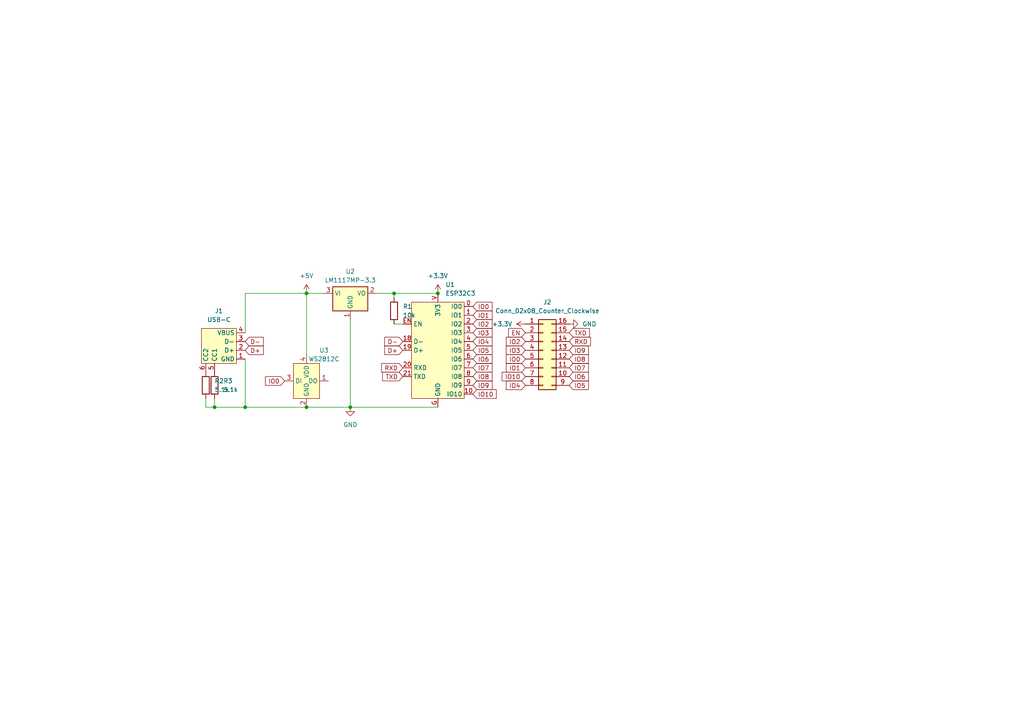
<source format=kicad_sch>
(kicad_sch (version 20230121) (generator eeschema)
  (paper "A4")
  (lib_symbols
    (symbol "Connector_Generic:Conn_02x08_Counter_Clockwise" (pin_names (offset 1.016) hide)
      (property "Reference" "J" (at 1.27 10.16 0))
      (property "Value" "Conn_02x08_Counter_Clockwise" (at 1.27 -12.7 0))
      (symbol "Conn_02x08_Counter_Clockwise_1_1"
        (rectangle (start -1.27 -10.033) (end 0 -10.287) (stroke (width 0.1524)))
        (rectangle (start -1.27 -7.493) (end 0 -7.747) (stroke (width 0.1524)))
        (rectangle (start -1.27 -4.953) (end 0 -5.207) (stroke (width 0.1524)))
        (rectangle (start -1.27 -2.413) (end 0 -2.667) (stroke (width 0.1524)))
        (rectangle (start -1.27 0.127) (end 0 -0.127) (stroke (width 0.1524)))
        (rectangle (start -1.27 2.667) (end 0 2.413) (stroke (width 0.1524)))
        (rectangle (start -1.27 5.207) (end 0 4.953) (stroke (width 0.1524)))
        (rectangle (start -1.27 7.747) (end 0 7.493) (stroke (width 0.1524)))
        (rectangle (start -1.27 8.89) (end 3.81 -11.43) (stroke (width 0.254)) (fill (type background)))
        (rectangle (start 3.81 -10.033) (end 2.54 -10.287) (stroke (width 0.1524)))
        (rectangle (start 3.81 -7.493) (end 2.54 -7.747) (stroke (width 0.1524)))
        (rectangle (start 3.81 -4.953) (end 2.54 -5.207) (stroke (width 0.1524)))
        (rectangle (start 3.81 -2.413) (end 2.54 -2.667) (stroke (width 0.1524)))
        (rectangle (start 3.81 0.127) (end 2.54 -0.127) (stroke (width 0.1524)))
        (rectangle (start 3.81 2.667) (end 2.54 2.413) (stroke (width 0.1524)))
        (rectangle (start 3.81 5.207) (end 2.54 4.953) (stroke (width 0.1524)))
        (rectangle (start 3.81 7.747) (end 2.54 7.493) (stroke (width 0.1524)))
        (pin passive line (at -5.08 7.62 0) (length 3.81) (name "Pin_1") (number "1"))
        (pin passive line (at 7.62 -7.62 180) (length 3.81) (name "Pin_10") (number "10"))
        (pin passive line (at 7.62 -5.08 180) (length 3.81) (name "Pin_11") (number "11"))
        (pin passive line (at 7.62 -2.54 180) (length 3.81) (name "Pin_12") (number "12"))
        (pin passive line (at 7.62 0 180) (length 3.81) (name "Pin_13") (number "13"))
        (pin passive line (at 7.62 2.54 180) (length 3.81) (name "Pin_14") (number "14"))
        (pin passive line (at 7.62 5.08 180) (length 3.81) (name "Pin_15") (number "15"))
        (pin passive line (at 7.62 7.62 180) (length 3.81) (name "Pin_16") (number "16"))
        (pin passive line (at -5.08 5.08 0) (length 3.81) (name "Pin_2") (number "2"))
        (pin passive line (at -5.08 2.54 0) (length 3.81) (name "Pin_3") (number "3"))
        (pin passive line (at -5.08 0 0) (length 3.81) (name "Pin_4") (number "4"))
        (pin passive line (at -5.08 -2.54 0) (length 3.81) (name "Pin_5") (number "5"))
        (pin passive line (at -5.08 -5.08 0) (length 3.81) (name "Pin_6") (number "6"))
        (pin passive line (at -5.08 -7.62 0) (length 3.81) (name "Pin_7") (number "7"))
        (pin passive line (at -5.08 -10.16 0) (length 3.81) (name "Pin_8") (number "8"))
        (pin passive line (at 7.62 -10.16 180) (length 3.81) (name "Pin_9") (number "9"))
      )
    )
    (symbol "Device:R" (pin_numbers hide) (pin_names (offset 0))
      (property "Reference" "R" (at 2.032 0 90))
      (property "Value" "R" (at 0 0 90))
      (symbol "R_0_1"
        (rectangle (start -1.016 -2.54) (end 1.016 2.54) (stroke (width 0.254)))
      )
      (symbol "R_1_1"
        (pin passive line (at 0 3.81 270) (length 1.27) (name "~") (number "1"))
        (pin passive line (at 0 -3.81 90) (length 1.27) (name "~") (number "2"))
      )
    )
    (symbol "Library:ESP32C3"
      (property "Reference" "U" (at 5.08 17.78 0))
      (property "Value" "ESP32C3" (at 5.08 15.24 0))
      (symbol "ESP32C3_1_1"
        (rectangle (start -7.62 13.97) (end 7.62 -13.97) (fill (type background)))
        (pin bidirectional line (at 10.16 12.7 180) (length 2.54) (name "IO0") (number "0"))
        (pin bidirectional line (at 10.16 10.16 180) (length 2.54) (name "IO1") (number "1"))
        (pin bidirectional line (at 10.16 -12.7 180) (length 2.54) (name "IO10") (number "10"))
        (pin bidirectional line (at -10.16 2.54 0) (length 2.54) (name "D-") (number "18"))
        (pin bidirectional line (at -10.16 0 0) (length 2.54) (name "D+") (number "19"))
        (pin bidirectional line (at 10.16 7.62 180) (length 2.54) (name "IO2") (number "2"))
        (pin bidirectional line (at -10.16 -5.08 0) (length 2.54) (name "RXD") (number "20"))
        (pin bidirectional line (at -10.16 -7.62 0) (length 2.54) (name "TXD") (number "21"))
        (pin bidirectional line (at 10.16 5.08 180) (length 2.54) (name "IO3") (number "3"))
        (pin bidirectional line (at 10.16 2.54 180) (length 2.54) (name "IO4") (number "4"))
        (pin bidirectional line (at 10.16 0 180) (length 2.54) (name "IO5") (number "5"))
        (pin bidirectional line (at 10.16 -2.54 180) (length 2.54) (name "IO6") (number "6"))
        (pin bidirectional line (at 10.16 -5.08 180) (length 2.54) (name "IO7") (number "7"))
        (pin bidirectional line (at 10.16 -7.62 180) (length 2.54) (name "IO8") (number "8"))
        (pin bidirectional line (at 10.16 -10.16 180) (length 2.54) (name "IO9") (number "9"))
        (pin input line (at -10.16 7.62 0) (length 2.54) (name "EN") (number "EN"))
        (pin power_in line (at 0 -16.51 90) (length 2.54) (name "GND") (number "G"))
        (pin power_in line (at 0 16.51 270) (length 2.54) (name "3V3") (number "V"))
      )
    )
    (symbol "Library:USB-C"
      (property "Reference" "J2" (at 0 6.35 0))
      (property "Value" "USB-C" (at 7.62 0 0))
      (symbol "USB-C_1_1"
        (rectangle (start -5.08 5.08) (end 5.08 -5.08) (fill (type background)))
        (pin power_in line (at 7.62 -3.81 180) (length 2.54) (name "GND") (number "1"))
        (pin bidirectional line (at 7.62 -1.27 180) (length 2.54) (name "D+") (number "2"))
        (pin bidirectional line (at 7.62 1.27 180) (length 2.54) (name "D-") (number "3"))
        (pin power_in line (at 7.62 3.81 180) (length 2.54) (name "VBUS") (number "4"))
        (pin bidirectional line (at -1.27 -7.62 90) (length 2.54) (name "CC1") (number "5"))
        (pin bidirectional line (at -3.81 -7.62 90) (length 2.54) (name "CC2") (number "6"))
      )
    )
    (symbol "Library:WS2812C-2020"
      (property "Reference" "U" (at 5.08 8.89 0))
      (property "Value" "WS2812C" (at 5.08 6.35 0))
      (symbol "WS2812C-2020_1_1"
        (rectangle (start -3.81 5.08) (end 3.81 -5.08) (fill (type background)))
        (pin input line (at 6.35 0 180) (length 2.54) (name "DO") (number "1"))
        (pin power_in line (at 0 -7.62 90) (length 2.54) (name "GND") (number "2"))
        (pin input line (at -6.35 0 0) (length 2.54) (name "DI") (number "3"))
        (pin power_in line (at 0 7.62 270) (length 2.54) (name "VDD") (number "4"))
      )
    )
    (symbol "Regulator_Linear:LM1117MP-3.3"
      (property "Reference" "U" (at -3.81 3.175 0))
      (property "Value" "LM1117MP-3.3" (at 0 3.175 0))
      (symbol "LM1117MP-3.3_0_1"
        (rectangle (start -5.08 -5.08) (end 5.08 1.905) (stroke (width 0.254)) (fill (type background)))
      )
      (symbol "LM1117MP-3.3_1_1"
        (pin power_in line (at 0 -7.62 90) (length 2.54) (name "GND") (number "1"))
        (pin power_out line (at 7.62 0 180) (length 2.54) (name "VO") (number "2"))
        (pin power_in line (at -7.62 0 0) (length 2.54) (name "VI") (number "3"))
      )
    )
    (symbol "power:+3.3V" (power) (pin_names (offset 0))
      (property "Value" "+3.3V" (at 0 3.556 0))
      (symbol "+3.3V_0_1"
        (polyline (pts (xy -0.762 1.27) (xy 0 2.54)))
        (polyline (pts (xy 0 0) (xy 0 2.54)))
        (polyline (pts (xy 0 2.54) (xy 0.762 1.27)))
      )
      (symbol "+3.3V_1_1"
        (pin power_in line (at 0 0 90) (length 0) hide (name "+3.3V") (number "1"))
      )
    )
    (symbol "power:+5V" (power) (pin_names (offset 0))
      (property "Value" "+5V" (at 0 3.556 0))
      (symbol "+5V_0_1"
        (polyline (pts (xy -0.762 1.27) (xy 0 2.54)))
        (polyline (pts (xy 0 0) (xy 0 2.54)))
        (polyline (pts (xy 0 2.54) (xy 0.762 1.27)))
      )
      (symbol "+5V_1_1"
        (pin power_in line (at 0 0 90) (length 0) hide (name "+5V") (number "1"))
      )
    )
    (symbol "power:GND" (power) (pin_names (offset 0))
      (property "Value" "GND" (at 0 -3.81 0))
      (symbol "GND_0_1"
        (polyline (pts (xy 0 0) (xy 0 -1.27) (xy 1.27 -1.27) (xy 0 -2.54) (xy -1.27 -1.27) (xy 0 -1.27)))
      )
      (symbol "GND_1_1"
        (pin power_in line (at 0 0 270) (length 0) hide (name "GND") (number "1"))
      )
    )
  )
  (junction (at 88.9 118.11))
  (junction (at 71.12 118.11))
  (junction (at 114.3 85.09))
  (junction (at 101.6 118.11))
  (junction (at 127 85.09))
  (junction (at 88.9 85.09))
  (junction (at 62.23 118.11))
  (wire (pts (xy 71.12 85.09) (xy 71.12 96.52)))
  (wire (pts (xy 71.12 118.11) (xy 88.9 118.11)))
  (wire (pts (xy 59.69 118.11) (xy 62.23 118.11)))
  (wire (pts (xy 59.69 115.57) (xy 59.69 118.11)))
  (wire (pts (xy 62.23 118.11) (xy 71.12 118.11)))
  (wire (pts (xy 109.22 85.09) (xy 114.3 85.09)))
  (wire (pts (xy 62.23 118.11) (xy 62.23 115.57)))
  (wire (pts (xy 88.9 118.11) (xy 101.6 118.11)))
  (wire (pts (xy 71.12 104.14) (xy 71.12 118.11)))
  (wire (pts (xy 114.3 85.09) (xy 127 85.09)))
  (wire (pts (xy 88.9 85.09) (xy 93.98 85.09)))
  (wire (pts (xy 114.3 93.98) (xy 116.84 93.98)))
  (wire (pts (xy 101.6 92.71) (xy 101.6 118.11)))
  (wire (pts (xy 101.6 118.11) (xy 127 118.11)))
  (wire (pts (xy 114.3 86.36) (xy 114.3 85.09)))
  (wire (pts (xy 88.9 102.87) (xy 88.9 85.09)))
  (wire (pts (xy 71.12 85.09) (xy 88.9 85.09)))
  (global_label "D-" (shape input) (at 116.84 99.06 180) (property "Intersheetrefs" "${INTERSHEET_REFS}" (effects hide)))
  (global_label "TXD" (shape input) (at 165.1 96.52 0) (property "Intersheetrefs" "${INTERSHEET_REFS}" (effects hide)))
  (global_label "IO7" (shape input) (at 165.1 106.68 0) (property "Intersheetrefs" "${INTERSHEET_REFS}" (effects hide)))
  (global_label "D-" (shape input) (at 71.12 99.06 0) (property "Intersheetrefs" "${INTERSHEET_REFS}" (effects hide)))
  (global_label "IO9" (shape input) (at 137.16 111.76 0) (property "Intersheetrefs" "${INTERSHEET_REFS}" (effects hide)))
  (global_label "RXD" (shape input) (at 165.1 99.06 0) (property "Intersheetrefs" "${INTERSHEET_REFS}" (effects hide)))
  (global_label "IO4" (shape input) (at 152.4 111.76 180) (property "Intersheetrefs" "${INTERSHEET_REFS}" (effects hide)))
  (global_label "TXD" (shape input) (at 116.84 109.22 180) (property "Intersheetrefs" "${INTERSHEET_REFS}" (effects hide)))
  (global_label "IO10" (shape input) (at 137.16 114.3 0) (property "Intersheetrefs" "${INTERSHEET_REFS}" (effects hide)))
  (global_label "IO5" (shape input) (at 137.16 101.6 0) (property "Intersheetrefs" "${INTERSHEET_REFS}" (effects hide)))
  (global_label "IO7" (shape input) (at 137.16 106.68 0) (property "Intersheetrefs" "${INTERSHEET_REFS}" (effects hide)))
  (global_label "IO1" (shape input) (at 152.4 106.68 180) (property "Intersheetrefs" "${INTERSHEET_REFS}" (effects hide)))
  (global_label "IO0" (shape input) (at 137.16 88.9 0) (property "Intersheetrefs" "${INTERSHEET_REFS}" (effects hide)))
  (global_label "D+" (shape input) (at 116.84 101.6 180) (property "Intersheetrefs" "${INTERSHEET_REFS}" (effects hide)))
  (global_label "IO10" (shape input) (at 152.4 109.22 180) (property "Intersheetrefs" "${INTERSHEET_REFS}" (effects hide)))
  (global_label "IO3" (shape input) (at 152.4 101.6 180) (property "Intersheetrefs" "${INTERSHEET_REFS}" (effects hide)))
  (global_label "IO5" (shape input) (at 165.1 111.76 0) (property "Intersheetrefs" "${INTERSHEET_REFS}" (effects hide)))
  (global_label "IO8" (shape input) (at 137.16 109.22 0) (property "Intersheetrefs" "${INTERSHEET_REFS}" (effects hide)))
  (global_label "IO8" (shape input) (at 165.1 104.14 0) (property "Intersheetrefs" "${INTERSHEET_REFS}" (effects hide)))
  (global_label "IO0" (shape input) (at 152.4 104.14 180) (property "Intersheetrefs" "${INTERSHEET_REFS}" (effects hide)))
  (global_label "IO2" (shape input) (at 137.16 93.98 0) (property "Intersheetrefs" "${INTERSHEET_REFS}" (effects hide)))
  (global_label "IO3" (shape input) (at 137.16 96.52 0) (property "Intersheetrefs" "${INTERSHEET_REFS}" (effects hide)))
  (global_label "IO1" (shape input) (at 137.16 91.44 0) (property "Intersheetrefs" "${INTERSHEET_REFS}" (effects hide)))
  (global_label "EN" (shape input) (at 152.4 96.52 180) (property "Intersheetrefs" "${INTERSHEET_REFS}" (effects hide)))
  (global_label "IO6" (shape input) (at 137.16 104.14 0) (property "Intersheetrefs" "${INTERSHEET_REFS}" (effects hide)))
  (global_label "IO0" (shape input) (at 82.55 110.49 180) (property "Intersheetrefs" "${INTERSHEET_REFS}" (effects hide)))
  (global_label "IO4" (shape input) (at 137.16 99.06 0) (property "Intersheetrefs" "${INTERSHEET_REFS}" (effects hide)))
  (global_label "IO6" (shape input) (at 165.1 109.22 0) (property "Intersheetrefs" "${INTERSHEET_REFS}" (effects hide)))
  (global_label "IO9" (shape input) (at 165.1 101.6 0) (property "Intersheetrefs" "${INTERSHEET_REFS}" (effects hide)))
  (global_label "RXD" (shape input) (at 116.84 106.68 180) (property "Intersheetrefs" "${INTERSHEET_REFS}" (effects hide)))
  (global_label "IO2" (shape input) (at 152.4 99.06 180) (property "Intersheetrefs" "${INTERSHEET_REFS}" (effects hide)))
  (global_label "D+" (shape input) (at 71.12 101.6 0) (property "Intersheetrefs" "${INTERSHEET_REFS}" (effects hide)))
  (symbol (lib_id "Device:R") (at 114.3 90.17 0) (unit 1)
    (property "Reference" "R1" (at 116.84 88.9 0) (effects (justify left)))
    (property "Value" "10k" (at 116.84 91.44 0) (effects (justify left)))
    (property "Footprint" "Resistor_SMD:R_0603_1608Metric" (effects hide))
  )
  (symbol (lib_id "Library:USB-C") (at 63.5 100.33 0) (unit 1)
    (property "Reference" "J1" (at 63.5 90.17 0))
    (property "Value" "USB-C" (at 63.5 92.71 0))
    (property "Footprint" "Library:USB-C" (effects hide))
  )
  (symbol (lib_id "Library:WS2812C-2020") (at 88.9 110.49 0) (unit 1)
    (property "Reference" "U3" (at 93.98 101.6 0))
    (property "Value" "WS2812C" (at 93.98 104.14 0))
    (property "Footprint" "Library:WS2812C-2020" (effects hide))
  )
  (symbol (lib_id "Regulator_Linear:LM1117MP-3.3") (at 101.6 85.09 0) (unit 1)
    (property "Reference" "U2" (at 101.6 78.74 0))
    (property "Value" "LM1117MP-3.3" (at 101.6 81.28 0))
    (property "Footprint" "Package_TO_SOT_SMD:SOT-223-3_TabPin2" (effects hide))
    (property "Datasheet" "http://www.ti.com/lit/ds/symlink/lm1117.pdf" (effects hide))
  )
  (symbol (lib_id "Library:ESP32C3") (at 127 101.6 0) (unit 1)
    (property "Reference" "U1" (at 129.1941 82.55 0) (effects (justify left)))
    (property "Value" "ESP32C3" (at 129.1941 85.09 0) (effects (justify left)))
    (property "Footprint" "Library:ESP32C3-MINI-1" (effects hide))
  )
  (symbol (lib_id "power:+3.3V") (at 127 85.09 0) (unit 1)
    (property "Reference" "#PWR02" (effects hide))
    (property "Value" "+3.3V" (at 127 80.01 0))
  )
  (symbol (lib_id "Connector_Generic:Conn_02x08_Counter_Clockwise") (at 157.48 101.6 0) (unit 1)
    (property "Reference" "J2" (at 158.75 87.63 0))
    (property "Value" "Conn_02x08_Counter_Clockwise" (at 158.75 90.17 0))
    (property "Footprint" "Package_DIP:DIP-16_W10.16mm" (effects hide))
  )
  (symbol (lib_id "Device:R") (at 62.23 111.76 0) (unit 1)
    (property "Reference" "R3" (at 64.77 110.49 0) (effects (justify left)))
    (property "Value" "5.1k" (at 64.77 113.03 0) (effects (justify left)))
    (property "Footprint" "Resistor_SMD:R_0603_1608Metric" (effects hide))
  )
  (symbol (lib_id "Device:R") (at 59.69 111.76 0) (unit 1)
    (property "Reference" "R2" (at 62.23 110.49 0) (effects (justify left)))
    (property "Value" "5.1k" (at 62.23 113.03 0) (effects (justify left)))
    (property "Footprint" "Resistor_SMD:R_0603_1608Metric" (effects hide))
  )
  (symbol (lib_id "power:+3.3V") (at 152.4 93.98 90) (unit 1)
    (property "Reference" "#PWR05" (effects hide))
    (property "Value" "+3.3V" (at 148.59 93.98 90) (effects (justify left)))
  )
  (symbol (lib_id "power:GND") (at 101.6 118.11 0) (unit 1)
    (property "Reference" "#PWR03" (effects hide))
    (property "Value" "GND" (at 101.6 123.19 0))
  )
  (symbol (lib_id "power:GND") (at 165.1 93.98 90) (unit 1)
    (property "Reference" "#PWR04" (effects hide))
    (property "Value" "GND" (at 168.91 93.98 90) (effects (justify right)))
  )
  (symbol (lib_id "power:+5V") (at 88.9 85.09 0) (unit 1)
    (property "Reference" "#PWR01" (effects hide))
    (property "Value" "+5V" (at 88.9 80.01 0))
  )
)
</source>
